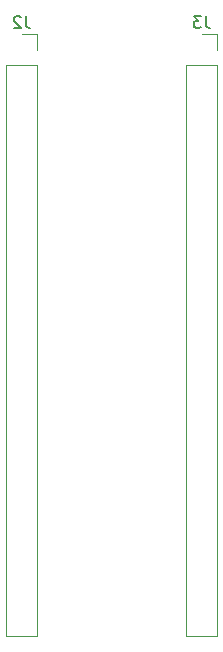
<source format=gbo>
G04 #@! TF.GenerationSoftware,KiCad,Pcbnew,(5.1.10)-1*
G04 #@! TF.CreationDate,2022-12-28T22:20:52-05:00*
G04 #@! TF.ProjectId,CocoDvRelocator,436f636f-4476-4526-956c-6f6361746f72,rev?*
G04 #@! TF.SameCoordinates,Original*
G04 #@! TF.FileFunction,Legend,Bot*
G04 #@! TF.FilePolarity,Positive*
%FSLAX46Y46*%
G04 Gerber Fmt 4.6, Leading zero omitted, Abs format (unit mm)*
G04 Created by KiCad (PCBNEW (5.1.10)-1) date 2022-12-28 22:20:52*
%MOMM*%
%LPD*%
G01*
G04 APERTURE LIST*
%ADD10C,0.120000*%
%ADD11C,0.150000*%
G04 APERTURE END LIST*
D10*
X116570000Y-89590000D02*
X113910000Y-89590000D01*
X116570000Y-41270000D02*
X116570000Y-89590000D01*
X113910000Y-41270000D02*
X113910000Y-89590000D01*
X116570000Y-41270000D02*
X113910000Y-41270000D01*
X116570000Y-40000000D02*
X116570000Y-38670000D01*
X116570000Y-38670000D02*
X115240000Y-38670000D01*
X101330000Y-89590000D02*
X98670000Y-89590000D01*
X101330000Y-41270000D02*
X101330000Y-89590000D01*
X98670000Y-41270000D02*
X98670000Y-89590000D01*
X101330000Y-41270000D02*
X98670000Y-41270000D01*
X101330000Y-40000000D02*
X101330000Y-38670000D01*
X101330000Y-38670000D02*
X100000000Y-38670000D01*
D11*
X115573333Y-37122380D02*
X115573333Y-37836666D01*
X115620952Y-37979523D01*
X115716190Y-38074761D01*
X115859047Y-38122380D01*
X115954285Y-38122380D01*
X115192380Y-37122380D02*
X114573333Y-37122380D01*
X114906666Y-37503333D01*
X114763809Y-37503333D01*
X114668571Y-37550952D01*
X114620952Y-37598571D01*
X114573333Y-37693809D01*
X114573333Y-37931904D01*
X114620952Y-38027142D01*
X114668571Y-38074761D01*
X114763809Y-38122380D01*
X115049523Y-38122380D01*
X115144761Y-38074761D01*
X115192380Y-38027142D01*
X100333333Y-37122380D02*
X100333333Y-37836666D01*
X100380952Y-37979523D01*
X100476190Y-38074761D01*
X100619047Y-38122380D01*
X100714285Y-38122380D01*
X99904761Y-37217619D02*
X99857142Y-37170000D01*
X99761904Y-37122380D01*
X99523809Y-37122380D01*
X99428571Y-37170000D01*
X99380952Y-37217619D01*
X99333333Y-37312857D01*
X99333333Y-37408095D01*
X99380952Y-37550952D01*
X99952380Y-38122380D01*
X99333333Y-38122380D01*
M02*

</source>
